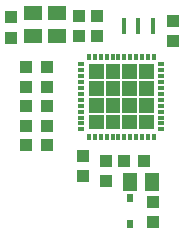
<source format=gbr>
G04 EAGLE Gerber RS-274X export*
G75*
%MOMM*%
%FSLAX34Y34*%
%LPD*%
%INSolderpaste Bottom*%
%IPPOS*%
%AMOC8*
5,1,8,0,0,1.08239X$1,22.5*%
G01*
%ADD10R,1.000000X1.100000*%
%ADD11R,1.500000X1.300000*%
%ADD12R,1.100000X1.000000*%
%ADD13R,1.300000X1.500000*%
%ADD14R,0.300000X0.550000*%
%ADD15R,0.550000X0.300000*%
%ADD16R,0.400000X1.399997*%
%ADD17R,0.500000X0.800000*%

G36*
X38880Y272274D02*
X38880Y272274D01*
X38882Y272273D01*
X38925Y272293D01*
X38969Y272311D01*
X38969Y272313D01*
X38971Y272314D01*
X39004Y272399D01*
X39004Y284623D01*
X39003Y284625D01*
X39004Y284627D01*
X38984Y284670D01*
X38966Y284714D01*
X38964Y284714D01*
X38963Y284716D01*
X38878Y284749D01*
X26654Y284749D01*
X26652Y284748D01*
X26650Y284749D01*
X26607Y284729D01*
X26563Y284711D01*
X26563Y284709D01*
X26561Y284708D01*
X26528Y284623D01*
X26528Y272399D01*
X26529Y272397D01*
X26528Y272395D01*
X26548Y272352D01*
X26566Y272308D01*
X26568Y272308D01*
X26569Y272306D01*
X26654Y272273D01*
X38878Y272273D01*
X38880Y272274D01*
G37*
G36*
X24656Y272274D02*
X24656Y272274D01*
X24658Y272273D01*
X24701Y272293D01*
X24745Y272311D01*
X24745Y272313D01*
X24747Y272314D01*
X24780Y272399D01*
X24780Y284623D01*
X24779Y284625D01*
X24780Y284627D01*
X24760Y284670D01*
X24742Y284714D01*
X24740Y284714D01*
X24739Y284716D01*
X24654Y284749D01*
X12430Y284749D01*
X12428Y284748D01*
X12426Y284749D01*
X12383Y284729D01*
X12339Y284711D01*
X12339Y284709D01*
X12337Y284708D01*
X12304Y284623D01*
X12304Y272399D01*
X12305Y272397D01*
X12304Y272395D01*
X12324Y272352D01*
X12342Y272308D01*
X12344Y272308D01*
X12345Y272306D01*
X12430Y272273D01*
X24654Y272273D01*
X24656Y272274D01*
G37*
G36*
X10432Y272274D02*
X10432Y272274D01*
X10434Y272273D01*
X10477Y272293D01*
X10521Y272311D01*
X10521Y272313D01*
X10523Y272314D01*
X10556Y272399D01*
X10556Y284623D01*
X10555Y284625D01*
X10556Y284627D01*
X10536Y284670D01*
X10518Y284714D01*
X10516Y284714D01*
X10515Y284716D01*
X10430Y284749D01*
X-1794Y284749D01*
X-1796Y284748D01*
X-1798Y284749D01*
X-1841Y284729D01*
X-1885Y284711D01*
X-1885Y284709D01*
X-1887Y284708D01*
X-1920Y284623D01*
X-1920Y272399D01*
X-1919Y272397D01*
X-1920Y272395D01*
X-1900Y272352D01*
X-1882Y272308D01*
X-1880Y272308D01*
X-1879Y272306D01*
X-1794Y272273D01*
X10430Y272273D01*
X10432Y272274D01*
G37*
G36*
X-3792Y272274D02*
X-3792Y272274D01*
X-3790Y272273D01*
X-3747Y272293D01*
X-3703Y272311D01*
X-3703Y272313D01*
X-3701Y272314D01*
X-3668Y272399D01*
X-3668Y284623D01*
X-3669Y284625D01*
X-3668Y284627D01*
X-3688Y284670D01*
X-3706Y284714D01*
X-3708Y284714D01*
X-3709Y284716D01*
X-3794Y284749D01*
X-16018Y284749D01*
X-16020Y284748D01*
X-16022Y284749D01*
X-16065Y284729D01*
X-16109Y284711D01*
X-16109Y284709D01*
X-16111Y284708D01*
X-16144Y284623D01*
X-16144Y272399D01*
X-16143Y272397D01*
X-16144Y272395D01*
X-16124Y272352D01*
X-16106Y272308D01*
X-16104Y272308D01*
X-16103Y272306D01*
X-16018Y272273D01*
X-3794Y272273D01*
X-3792Y272274D01*
G37*
G36*
X38880Y258050D02*
X38880Y258050D01*
X38882Y258049D01*
X38925Y258069D01*
X38969Y258087D01*
X38969Y258089D01*
X38971Y258090D01*
X39004Y258175D01*
X39004Y270399D01*
X39003Y270401D01*
X39004Y270403D01*
X38984Y270446D01*
X38966Y270490D01*
X38964Y270490D01*
X38963Y270492D01*
X38878Y270525D01*
X26654Y270525D01*
X26652Y270524D01*
X26650Y270525D01*
X26607Y270505D01*
X26563Y270487D01*
X26563Y270485D01*
X26561Y270484D01*
X26528Y270399D01*
X26528Y258175D01*
X26529Y258173D01*
X26528Y258171D01*
X26548Y258128D01*
X26566Y258084D01*
X26568Y258084D01*
X26569Y258082D01*
X26654Y258049D01*
X38878Y258049D01*
X38880Y258050D01*
G37*
G36*
X-3792Y258050D02*
X-3792Y258050D01*
X-3790Y258049D01*
X-3747Y258069D01*
X-3703Y258087D01*
X-3703Y258089D01*
X-3701Y258090D01*
X-3668Y258175D01*
X-3668Y270399D01*
X-3669Y270401D01*
X-3668Y270403D01*
X-3688Y270446D01*
X-3706Y270490D01*
X-3708Y270490D01*
X-3709Y270492D01*
X-3794Y270525D01*
X-16018Y270525D01*
X-16020Y270524D01*
X-16022Y270525D01*
X-16065Y270505D01*
X-16109Y270487D01*
X-16109Y270485D01*
X-16111Y270484D01*
X-16144Y270399D01*
X-16144Y258175D01*
X-16143Y258173D01*
X-16144Y258171D01*
X-16124Y258128D01*
X-16106Y258084D01*
X-16104Y258084D01*
X-16103Y258082D01*
X-16018Y258049D01*
X-3794Y258049D01*
X-3792Y258050D01*
G37*
G36*
X10432Y258050D02*
X10432Y258050D01*
X10434Y258049D01*
X10477Y258069D01*
X10521Y258087D01*
X10521Y258089D01*
X10523Y258090D01*
X10556Y258175D01*
X10556Y270399D01*
X10555Y270401D01*
X10556Y270403D01*
X10536Y270446D01*
X10518Y270490D01*
X10516Y270490D01*
X10515Y270492D01*
X10430Y270525D01*
X-1794Y270525D01*
X-1796Y270524D01*
X-1798Y270525D01*
X-1841Y270505D01*
X-1885Y270487D01*
X-1885Y270485D01*
X-1887Y270484D01*
X-1920Y270399D01*
X-1920Y258175D01*
X-1919Y258173D01*
X-1920Y258171D01*
X-1900Y258128D01*
X-1882Y258084D01*
X-1880Y258084D01*
X-1879Y258082D01*
X-1794Y258049D01*
X10430Y258049D01*
X10432Y258050D01*
G37*
G36*
X24656Y258050D02*
X24656Y258050D01*
X24658Y258049D01*
X24701Y258069D01*
X24745Y258087D01*
X24745Y258089D01*
X24747Y258090D01*
X24780Y258175D01*
X24780Y270399D01*
X24779Y270401D01*
X24780Y270403D01*
X24760Y270446D01*
X24742Y270490D01*
X24740Y270490D01*
X24739Y270492D01*
X24654Y270525D01*
X12430Y270525D01*
X12428Y270524D01*
X12426Y270525D01*
X12383Y270505D01*
X12339Y270487D01*
X12339Y270485D01*
X12337Y270484D01*
X12304Y270399D01*
X12304Y258175D01*
X12305Y258173D01*
X12304Y258171D01*
X12324Y258128D01*
X12342Y258084D01*
X12344Y258084D01*
X12345Y258082D01*
X12430Y258049D01*
X24654Y258049D01*
X24656Y258050D01*
G37*
G36*
X10432Y243826D02*
X10432Y243826D01*
X10434Y243825D01*
X10477Y243845D01*
X10521Y243863D01*
X10521Y243865D01*
X10523Y243866D01*
X10556Y243951D01*
X10556Y256175D01*
X10555Y256177D01*
X10556Y256179D01*
X10536Y256222D01*
X10518Y256266D01*
X10516Y256266D01*
X10515Y256268D01*
X10430Y256301D01*
X-1794Y256301D01*
X-1796Y256300D01*
X-1798Y256301D01*
X-1841Y256281D01*
X-1885Y256263D01*
X-1885Y256261D01*
X-1887Y256260D01*
X-1920Y256175D01*
X-1920Y243951D01*
X-1919Y243949D01*
X-1920Y243947D01*
X-1900Y243904D01*
X-1882Y243860D01*
X-1880Y243860D01*
X-1879Y243858D01*
X-1794Y243825D01*
X10430Y243825D01*
X10432Y243826D01*
G37*
G36*
X38880Y243826D02*
X38880Y243826D01*
X38882Y243825D01*
X38925Y243845D01*
X38969Y243863D01*
X38969Y243865D01*
X38971Y243866D01*
X39004Y243951D01*
X39004Y256175D01*
X39003Y256177D01*
X39004Y256179D01*
X38984Y256222D01*
X38966Y256266D01*
X38964Y256266D01*
X38963Y256268D01*
X38878Y256301D01*
X26654Y256301D01*
X26652Y256300D01*
X26650Y256301D01*
X26607Y256281D01*
X26563Y256263D01*
X26563Y256261D01*
X26561Y256260D01*
X26528Y256175D01*
X26528Y243951D01*
X26529Y243949D01*
X26528Y243947D01*
X26548Y243904D01*
X26566Y243860D01*
X26568Y243860D01*
X26569Y243858D01*
X26654Y243825D01*
X38878Y243825D01*
X38880Y243826D01*
G37*
G36*
X24656Y243826D02*
X24656Y243826D01*
X24658Y243825D01*
X24701Y243845D01*
X24745Y243863D01*
X24745Y243865D01*
X24747Y243866D01*
X24780Y243951D01*
X24780Y256175D01*
X24779Y256177D01*
X24780Y256179D01*
X24760Y256222D01*
X24742Y256266D01*
X24740Y256266D01*
X24739Y256268D01*
X24654Y256301D01*
X12430Y256301D01*
X12428Y256300D01*
X12426Y256301D01*
X12383Y256281D01*
X12339Y256263D01*
X12339Y256261D01*
X12337Y256260D01*
X12304Y256175D01*
X12304Y243951D01*
X12305Y243949D01*
X12304Y243947D01*
X12324Y243904D01*
X12342Y243860D01*
X12344Y243860D01*
X12345Y243858D01*
X12430Y243825D01*
X24654Y243825D01*
X24656Y243826D01*
G37*
G36*
X-3792Y243826D02*
X-3792Y243826D01*
X-3790Y243825D01*
X-3747Y243845D01*
X-3703Y243863D01*
X-3703Y243865D01*
X-3701Y243866D01*
X-3668Y243951D01*
X-3668Y256175D01*
X-3669Y256177D01*
X-3668Y256179D01*
X-3688Y256222D01*
X-3706Y256266D01*
X-3708Y256266D01*
X-3709Y256268D01*
X-3794Y256301D01*
X-16018Y256301D01*
X-16020Y256300D01*
X-16022Y256301D01*
X-16065Y256281D01*
X-16109Y256263D01*
X-16109Y256261D01*
X-16111Y256260D01*
X-16144Y256175D01*
X-16144Y243951D01*
X-16143Y243949D01*
X-16144Y243947D01*
X-16124Y243904D01*
X-16106Y243860D01*
X-16104Y243860D01*
X-16103Y243858D01*
X-16018Y243825D01*
X-3794Y243825D01*
X-3792Y243826D01*
G37*
G36*
X24656Y229602D02*
X24656Y229602D01*
X24658Y229601D01*
X24701Y229621D01*
X24745Y229639D01*
X24745Y229641D01*
X24747Y229642D01*
X24780Y229727D01*
X24780Y241951D01*
X24779Y241953D01*
X24780Y241955D01*
X24760Y241998D01*
X24742Y242042D01*
X24740Y242042D01*
X24739Y242044D01*
X24654Y242077D01*
X12430Y242077D01*
X12428Y242076D01*
X12426Y242077D01*
X12383Y242057D01*
X12339Y242039D01*
X12339Y242037D01*
X12337Y242036D01*
X12304Y241951D01*
X12304Y229727D01*
X12305Y229725D01*
X12304Y229723D01*
X12324Y229680D01*
X12342Y229636D01*
X12344Y229636D01*
X12345Y229634D01*
X12430Y229601D01*
X24654Y229601D01*
X24656Y229602D01*
G37*
G36*
X10432Y229602D02*
X10432Y229602D01*
X10434Y229601D01*
X10477Y229621D01*
X10521Y229639D01*
X10521Y229641D01*
X10523Y229642D01*
X10556Y229727D01*
X10556Y241951D01*
X10555Y241953D01*
X10556Y241955D01*
X10536Y241998D01*
X10518Y242042D01*
X10516Y242042D01*
X10515Y242044D01*
X10430Y242077D01*
X-1794Y242077D01*
X-1796Y242076D01*
X-1798Y242077D01*
X-1841Y242057D01*
X-1885Y242039D01*
X-1885Y242037D01*
X-1887Y242036D01*
X-1920Y241951D01*
X-1920Y229727D01*
X-1919Y229725D01*
X-1920Y229723D01*
X-1900Y229680D01*
X-1882Y229636D01*
X-1880Y229636D01*
X-1879Y229634D01*
X-1794Y229601D01*
X10430Y229601D01*
X10432Y229602D01*
G37*
G36*
X-3792Y229602D02*
X-3792Y229602D01*
X-3790Y229601D01*
X-3747Y229621D01*
X-3703Y229639D01*
X-3703Y229641D01*
X-3701Y229642D01*
X-3668Y229727D01*
X-3668Y241951D01*
X-3669Y241953D01*
X-3668Y241955D01*
X-3688Y241998D01*
X-3706Y242042D01*
X-3708Y242042D01*
X-3709Y242044D01*
X-3794Y242077D01*
X-16018Y242077D01*
X-16020Y242076D01*
X-16022Y242077D01*
X-16065Y242057D01*
X-16109Y242039D01*
X-16109Y242037D01*
X-16111Y242036D01*
X-16144Y241951D01*
X-16144Y229727D01*
X-16143Y229725D01*
X-16144Y229723D01*
X-16124Y229680D01*
X-16106Y229636D01*
X-16104Y229636D01*
X-16103Y229634D01*
X-16018Y229601D01*
X-3794Y229601D01*
X-3792Y229602D01*
G37*
G36*
X38880Y229602D02*
X38880Y229602D01*
X38882Y229601D01*
X38925Y229621D01*
X38969Y229639D01*
X38969Y229641D01*
X38971Y229642D01*
X39004Y229727D01*
X39004Y241951D01*
X39003Y241953D01*
X39004Y241955D01*
X38984Y241998D01*
X38966Y242042D01*
X38964Y242042D01*
X38963Y242044D01*
X38878Y242077D01*
X26654Y242077D01*
X26652Y242076D01*
X26650Y242077D01*
X26607Y242057D01*
X26563Y242039D01*
X26563Y242037D01*
X26561Y242036D01*
X26528Y241951D01*
X26528Y229727D01*
X26529Y229725D01*
X26528Y229723D01*
X26548Y229680D01*
X26566Y229636D01*
X26568Y229636D01*
X26569Y229634D01*
X26654Y229601D01*
X38878Y229601D01*
X38880Y229602D01*
G37*
D10*
X-24488Y325438D03*
X-24488Y308438D03*
D11*
X-63223Y308978D03*
X-63223Y327978D03*
D10*
X54841Y321737D03*
X54841Y304737D03*
X-9168Y325293D03*
X-9168Y308293D03*
D11*
X-42903Y308978D03*
X-42903Y327978D03*
D12*
X30630Y203200D03*
X13630Y203200D03*
D13*
X18281Y185452D03*
X37281Y185452D03*
D12*
X-82169Y324413D03*
X-82169Y307413D03*
X-1746Y186128D03*
X-1746Y203128D03*
X-21050Y189906D03*
X-21050Y206906D03*
X38505Y168085D03*
X38505Y151085D03*
D14*
X-16077Y290975D03*
X-11076Y290975D03*
X-6074Y290975D03*
X-1073Y290975D03*
X3928Y290975D03*
X8929Y290975D03*
X13931Y290975D03*
X18932Y290975D03*
X23933Y290975D03*
X28934Y290975D03*
X33936Y290975D03*
X38937Y290975D03*
D15*
X45230Y284682D03*
X45230Y279681D03*
X45230Y274679D03*
X45230Y269678D03*
X45230Y264677D03*
X45230Y259676D03*
X45230Y254674D03*
X45230Y249673D03*
X45230Y244672D03*
X45230Y239671D03*
X45230Y234669D03*
X45230Y229668D03*
D14*
X38937Y223375D03*
X33936Y223375D03*
X28934Y223375D03*
X23933Y223375D03*
X18932Y223375D03*
X13931Y223375D03*
X8929Y223375D03*
X3928Y223375D03*
X-1073Y223375D03*
X-6074Y223375D03*
X-11076Y223375D03*
X-16077Y223375D03*
D15*
X-22370Y229668D03*
X-22370Y234669D03*
X-22370Y239671D03*
X-22370Y244672D03*
X-22370Y249673D03*
X-22370Y254674D03*
X-22370Y259676D03*
X-22370Y264677D03*
X-22370Y269678D03*
X-22370Y274679D03*
X-22370Y279681D03*
X-22370Y284682D03*
D16*
X13813Y317341D03*
X25813Y317341D03*
X37813Y317341D03*
D10*
X-68952Y249174D03*
X-51952Y249174D03*
X-68952Y265684D03*
X-51952Y265684D03*
X-68952Y282448D03*
X-51952Y282448D03*
X-68952Y232664D03*
X-51952Y232664D03*
X-68952Y216154D03*
X-51952Y216154D03*
D17*
X18542Y149782D03*
X18542Y171782D03*
M02*

</source>
